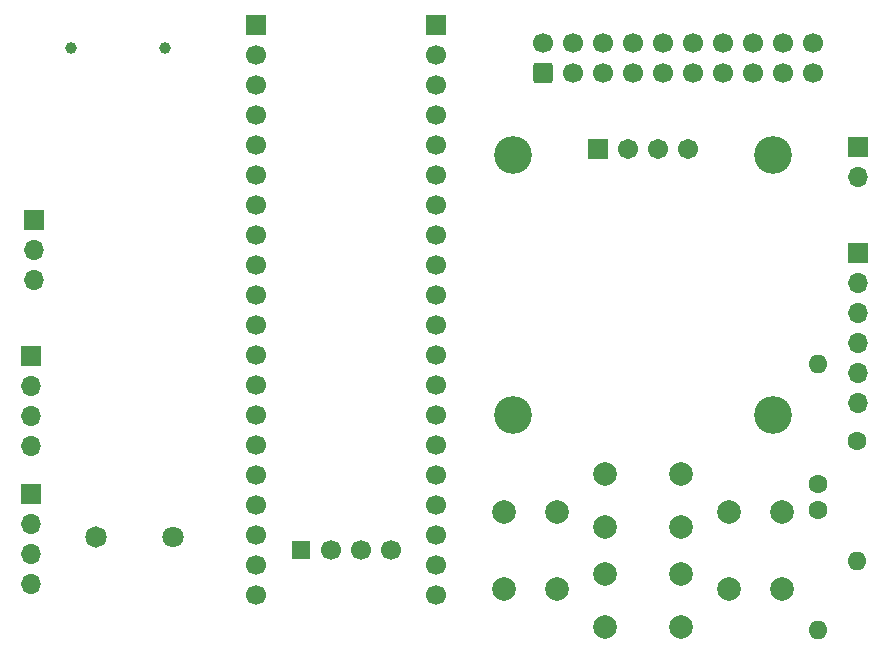
<source format=gbr>
%TF.GenerationSoftware,KiCad,Pcbnew,8.0.5*%
%TF.CreationDate,2024-11-21T15:57:14+01:00*%
%TF.ProjectId,sdiskII_stm32,73646973-6b49-4495-9f73-746d33322e6b,rev?*%
%TF.SameCoordinates,Original*%
%TF.FileFunction,Soldermask,Bot*%
%TF.FilePolarity,Negative*%
%FSLAX46Y46*%
G04 Gerber Fmt 4.6, Leading zero omitted, Abs format (unit mm)*
G04 Created by KiCad (PCBNEW 8.0.5) date 2024-11-21 15:57:14*
%MOMM*%
%LPD*%
G01*
G04 APERTURE LIST*
G04 Aperture macros list*
%AMRoundRect*
0 Rectangle with rounded corners*
0 $1 Rounding radius*
0 $2 $3 $4 $5 $6 $7 $8 $9 X,Y pos of 4 corners*
0 Add a 4 corners polygon primitive as box body*
4,1,4,$2,$3,$4,$5,$6,$7,$8,$9,$2,$3,0*
0 Add four circle primitives for the rounded corners*
1,1,$1+$1,$2,$3*
1,1,$1+$1,$4,$5*
1,1,$1+$1,$6,$7*
1,1,$1+$1,$8,$9*
0 Add four rect primitives between the rounded corners*
20,1,$1+$1,$2,$3,$4,$5,0*
20,1,$1+$1,$4,$5,$6,$7,0*
20,1,$1+$1,$6,$7,$8,$9,0*
20,1,$1+$1,$8,$9,$2,$3,0*%
G04 Aperture macros list end*
%ADD10RoundRect,0.250000X0.600000X-0.600000X0.600000X0.600000X-0.600000X0.600000X-0.600000X-0.600000X0*%
%ADD11C,1.700000*%
%ADD12R,1.700000X1.700000*%
%ADD13O,1.700000X1.700000*%
%ADD14C,2.000000*%
%ADD15C,1.600000*%
%ADD16O,1.600000X1.600000*%
%ADD17C,1.824000*%
%ADD18C,1.800000*%
%ADD19R,1.524000X1.524000*%
%ADD20RoundRect,0.102000X-0.754000X-0.754000X0.754000X-0.754000X0.754000X0.754000X-0.754000X0.754000X0*%
%ADD21C,1.712000*%
%ADD22C,3.204000*%
%ADD23C,1.000000*%
G04 APERTURE END LIST*
D10*
%TO.C,J2*%
X178290000Y-92490000D03*
D11*
X178290000Y-89950000D03*
X180830000Y-92490000D03*
X180830000Y-89950000D03*
X183370000Y-92490000D03*
X183370000Y-89950000D03*
X185910000Y-92490000D03*
X185910000Y-89950000D03*
X188450000Y-92490000D03*
X188450000Y-89950000D03*
X190990000Y-92490000D03*
X190990000Y-89950000D03*
X193530000Y-92490000D03*
X193530000Y-89950000D03*
X196070000Y-92490000D03*
X196070000Y-89950000D03*
X198610000Y-92490000D03*
X198610000Y-89950000D03*
X201150000Y-92490000D03*
X201150000Y-89950000D03*
%TD*%
D12*
%TO.C,J3*%
X205000000Y-107710000D03*
D13*
X205000000Y-110250000D03*
X205000000Y-112790000D03*
X205000000Y-115330000D03*
X205000000Y-117870000D03*
X205000000Y-120410000D03*
%TD*%
D14*
%TO.C,UP1*%
X190040000Y-130950000D03*
X183540000Y-130950000D03*
X190040000Y-126450000D03*
X183540000Y-126450000D03*
%TD*%
D12*
%TO.C,J5*%
X135000000Y-116500000D03*
D13*
X135000000Y-119040000D03*
X135000000Y-121580000D03*
X135000000Y-124120000D03*
%TD*%
D15*
%TO.C,R1*%
X201600000Y-127330000D03*
D16*
X201600000Y-117170000D03*
%TD*%
D17*
%TO.C,BZ1*%
X140500000Y-131750000D03*
D18*
X147000000Y-131750000D03*
%TD*%
D12*
%TO.C,J4*%
X135240000Y-104975000D03*
D13*
X135240000Y-107515000D03*
X135240000Y-110055000D03*
%TD*%
D12*
%TO.C,\u03BCC1*%
X154050000Y-88440000D03*
D11*
X154050000Y-90980000D03*
X154050000Y-93520000D03*
X154050000Y-96060000D03*
X154050000Y-98600000D03*
X154050000Y-101140000D03*
X154050000Y-103680000D03*
X154050000Y-106220000D03*
X154050000Y-108760000D03*
X154050000Y-111300000D03*
X154050000Y-113840000D03*
X154050000Y-116380000D03*
X154050000Y-118920000D03*
X154050000Y-121460000D03*
X154050000Y-124000000D03*
X154050000Y-126540000D03*
X154050000Y-129080000D03*
X154050000Y-131620000D03*
X154050000Y-134160000D03*
X154050000Y-136700000D03*
X169290000Y-136700000D03*
X169290000Y-134160000D03*
X169290000Y-131620000D03*
X169290000Y-129080000D03*
X169290000Y-126540000D03*
X169290000Y-124000000D03*
X169290000Y-121460000D03*
X169290000Y-118920000D03*
X169290000Y-116380000D03*
X169290000Y-113840000D03*
X169290000Y-111300000D03*
X169290000Y-108760000D03*
X169290000Y-106220000D03*
X169290000Y-103680000D03*
X169290000Y-101140000D03*
X169290000Y-98600000D03*
X169290000Y-96060000D03*
X169290000Y-93520000D03*
X169290000Y-90980000D03*
D12*
X169290000Y-88440000D03*
D19*
X157860000Y-132890000D03*
D11*
X160400000Y-132890000D03*
X162940000Y-132890000D03*
X165480000Y-132890000D03*
%TD*%
D12*
%TO.C,J1*%
X205000000Y-98810000D03*
D13*
X205000000Y-101350000D03*
%TD*%
D14*
%TO.C,ENTR1*%
X198540000Y-129700000D03*
X198540000Y-136200000D03*
X194040000Y-129700000D03*
X194040000Y-136200000D03*
%TD*%
D12*
%TO.C,J6*%
X135000000Y-128180000D03*
D13*
X135000000Y-130720000D03*
X135000000Y-133260000D03*
X135000000Y-135800000D03*
%TD*%
D15*
%TO.C,R3*%
X204950000Y-123670000D03*
D16*
X204950000Y-133830000D03*
%TD*%
D20*
%TO.C,U8*%
X182980000Y-98950000D03*
D21*
X185520000Y-98950000D03*
X188060000Y-98950000D03*
X190600000Y-98950000D03*
D22*
X175790000Y-99450000D03*
X197790000Y-99450000D03*
X197790000Y-121450000D03*
X175790000Y-121450000D03*
%TD*%
D23*
%TO.C,U2*%
X138340000Y-90350000D03*
X146340000Y-90350000D03*
%TD*%
D15*
%TO.C,R2*%
X201600000Y-129500000D03*
D16*
X201600000Y-139660000D03*
%TD*%
D14*
%TO.C,RET1*%
X179540000Y-129700000D03*
X179540000Y-136200000D03*
X175040000Y-129700000D03*
X175040000Y-136200000D03*
%TD*%
%TO.C,DOWN1*%
X183540000Y-134950000D03*
X190040000Y-134950000D03*
X183540000Y-139450000D03*
X190040000Y-139450000D03*
%TD*%
M02*

</source>
